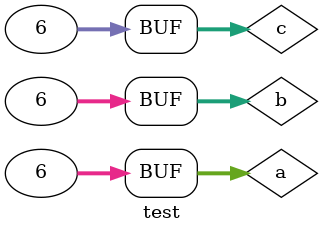
<source format=v>
module test;
integer a,b,c;
initial begin
a<=5;
a=6;
end
initial b<=a;
initial c<=b;
initial $strobe(a,b,c);
endmodule

</source>
